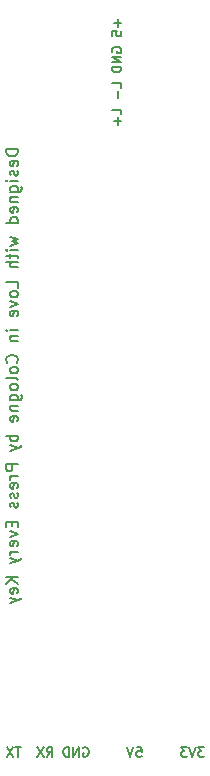
<source format=gbr>
G04 #@! TF.GenerationSoftware,KiCad,Pcbnew,(5.99.0-10229-ge8e7d13299)*
G04 #@! TF.CreationDate,2021-06-16T15:48:42+02:00*
G04 #@! TF.ProjectId,openair2-panelized,6f70656e-6169-4723-922d-70616e656c69,rev?*
G04 #@! TF.SameCoordinates,PX3473bc0PY1312d00*
G04 #@! TF.FileFunction,Legend,Bot*
G04 #@! TF.FilePolarity,Positive*
%FSLAX46Y46*%
G04 Gerber Fmt 4.6, Leading zero omitted, Abs format (unit mm)*
G04 Created by KiCad (PCBNEW (5.99.0-10229-ge8e7d13299)) date 2021-06-16 15:48:42*
%MOMM*%
%LPD*%
G01*
G04 APERTURE LIST*
%ADD10C,0.150000*%
%ADD11C,0.200000*%
G04 APERTURE END LIST*
D10*
X36361904Y-103161904D02*
X35866666Y-103161904D01*
X36133333Y-103466666D01*
X36019047Y-103466666D01*
X35942857Y-103504761D01*
X35904761Y-103542857D01*
X35866666Y-103619047D01*
X35866666Y-103809523D01*
X35904761Y-103885714D01*
X35942857Y-103923809D01*
X36019047Y-103961904D01*
X36247619Y-103961904D01*
X36323809Y-103923809D01*
X36361904Y-103885714D01*
X35638095Y-103161904D02*
X35371428Y-103961904D01*
X35104761Y-103161904D01*
X34914285Y-103161904D02*
X34419047Y-103161904D01*
X34685714Y-103466666D01*
X34571428Y-103466666D01*
X34495238Y-103504761D01*
X34457142Y-103542857D01*
X34419047Y-103619047D01*
X34419047Y-103809523D01*
X34457142Y-103885714D01*
X34495238Y-103923809D01*
X34571428Y-103961904D01*
X34800000Y-103961904D01*
X34876190Y-103923809D01*
X34914285Y-103885714D01*
X30647619Y-103161904D02*
X31028571Y-103161904D01*
X31066666Y-103542857D01*
X31028571Y-103504761D01*
X30952380Y-103466666D01*
X30761904Y-103466666D01*
X30685714Y-103504761D01*
X30647619Y-103542857D01*
X30609523Y-103619047D01*
X30609523Y-103809523D01*
X30647619Y-103885714D01*
X30685714Y-103923809D01*
X30761904Y-103961904D01*
X30952380Y-103961904D01*
X31028571Y-103923809D01*
X31066666Y-103885714D01*
X30380952Y-103161904D02*
X30114285Y-103961904D01*
X29847619Y-103161904D01*
X26114285Y-103200000D02*
X26190476Y-103161904D01*
X26304761Y-103161904D01*
X26419047Y-103200000D01*
X26495238Y-103276190D01*
X26533333Y-103352380D01*
X26571428Y-103504761D01*
X26571428Y-103619047D01*
X26533333Y-103771428D01*
X26495238Y-103847619D01*
X26419047Y-103923809D01*
X26304761Y-103961904D01*
X26228571Y-103961904D01*
X26114285Y-103923809D01*
X26076190Y-103885714D01*
X26076190Y-103619047D01*
X26228571Y-103619047D01*
X25733333Y-103961904D02*
X25733333Y-103161904D01*
X25276190Y-103961904D01*
X25276190Y-103161904D01*
X24895238Y-103961904D02*
X24895238Y-103161904D01*
X24704761Y-103161904D01*
X24590476Y-103200000D01*
X24514285Y-103276190D01*
X24476190Y-103352380D01*
X24438095Y-103504761D01*
X24438095Y-103619047D01*
X24476190Y-103771428D01*
X24514285Y-103847619D01*
X24590476Y-103923809D01*
X24704761Y-103961904D01*
X24895238Y-103961904D01*
X23028571Y-103961904D02*
X23295238Y-103580952D01*
X23485714Y-103961904D02*
X23485714Y-103161904D01*
X23180952Y-103161904D01*
X23104761Y-103200000D01*
X23066666Y-103238095D01*
X23028571Y-103314285D01*
X23028571Y-103428571D01*
X23066666Y-103504761D01*
X23104761Y-103542857D01*
X23180952Y-103580952D01*
X23485714Y-103580952D01*
X22761904Y-103161904D02*
X22228571Y-103961904D01*
X22228571Y-103161904D02*
X22761904Y-103961904D01*
X20819047Y-103161904D02*
X20361904Y-103161904D01*
X20590476Y-103961904D02*
X20590476Y-103161904D01*
X20171428Y-103161904D02*
X19638095Y-103961904D01*
X19638095Y-103161904D02*
X20171428Y-103961904D01*
X29057142Y-41542857D02*
X29057142Y-42152380D01*
X29361904Y-41847619D02*
X28752380Y-41847619D01*
X28561904Y-42914285D02*
X28561904Y-42533333D01*
X28942857Y-42495238D01*
X28904761Y-42533333D01*
X28866666Y-42609523D01*
X28866666Y-42800000D01*
X28904761Y-42876190D01*
X28942857Y-42914285D01*
X29019047Y-42952380D01*
X29209523Y-42952380D01*
X29285714Y-42914285D01*
X29323809Y-42876190D01*
X29361904Y-42800000D01*
X29361904Y-42609523D01*
X29323809Y-42533333D01*
X29285714Y-42495238D01*
X28600000Y-44323809D02*
X28561904Y-44247619D01*
X28561904Y-44133333D01*
X28600000Y-44019047D01*
X28676190Y-43942857D01*
X28752380Y-43904761D01*
X28904761Y-43866666D01*
X29019047Y-43866666D01*
X29171428Y-43904761D01*
X29247619Y-43942857D01*
X29323809Y-44019047D01*
X29361904Y-44133333D01*
X29361904Y-44209523D01*
X29323809Y-44323809D01*
X29285714Y-44361904D01*
X29019047Y-44361904D01*
X29019047Y-44209523D01*
X29361904Y-44704761D02*
X28561904Y-44704761D01*
X29361904Y-45161904D01*
X28561904Y-45161904D01*
X29361904Y-45542857D02*
X28561904Y-45542857D01*
X28561904Y-45733333D01*
X28600000Y-45847619D01*
X28676190Y-45923809D01*
X28752380Y-45961904D01*
X28904761Y-46000000D01*
X29019047Y-46000000D01*
X29171428Y-45961904D01*
X29247619Y-45923809D01*
X29323809Y-45847619D01*
X29361904Y-45733333D01*
X29361904Y-45542857D01*
X29361904Y-47333333D02*
X29361904Y-46952380D01*
X28561904Y-46952380D01*
X29057142Y-47600000D02*
X29057142Y-48209523D01*
X29361904Y-49580952D02*
X29361904Y-49200000D01*
X28561904Y-49200000D01*
X29057142Y-49847619D02*
X29057142Y-50457142D01*
X29361904Y-50152380D02*
X28752380Y-50152380D01*
D11*
X20602380Y-52548571D02*
X19602380Y-52548571D01*
X19602380Y-52786666D01*
X19650000Y-52929523D01*
X19745238Y-53024761D01*
X19840476Y-53072380D01*
X20030952Y-53120000D01*
X20173809Y-53120000D01*
X20364285Y-53072380D01*
X20459523Y-53024761D01*
X20554761Y-52929523D01*
X20602380Y-52786666D01*
X20602380Y-52548571D01*
X20554761Y-53929523D02*
X20602380Y-53834285D01*
X20602380Y-53643809D01*
X20554761Y-53548571D01*
X20459523Y-53500952D01*
X20078571Y-53500952D01*
X19983333Y-53548571D01*
X19935714Y-53643809D01*
X19935714Y-53834285D01*
X19983333Y-53929523D01*
X20078571Y-53977142D01*
X20173809Y-53977142D01*
X20269047Y-53500952D01*
X20554761Y-54358095D02*
X20602380Y-54453333D01*
X20602380Y-54643809D01*
X20554761Y-54739047D01*
X20459523Y-54786666D01*
X20411904Y-54786666D01*
X20316666Y-54739047D01*
X20269047Y-54643809D01*
X20269047Y-54500952D01*
X20221428Y-54405714D01*
X20126190Y-54358095D01*
X20078571Y-54358095D01*
X19983333Y-54405714D01*
X19935714Y-54500952D01*
X19935714Y-54643809D01*
X19983333Y-54739047D01*
X20602380Y-55215238D02*
X19935714Y-55215238D01*
X19602380Y-55215238D02*
X19650000Y-55167619D01*
X19697619Y-55215238D01*
X19650000Y-55262857D01*
X19602380Y-55215238D01*
X19697619Y-55215238D01*
X19935714Y-56120000D02*
X20745238Y-56120000D01*
X20840476Y-56072380D01*
X20888095Y-56024761D01*
X20935714Y-55929523D01*
X20935714Y-55786666D01*
X20888095Y-55691428D01*
X20554761Y-56120000D02*
X20602380Y-56024761D01*
X20602380Y-55834285D01*
X20554761Y-55739047D01*
X20507142Y-55691428D01*
X20411904Y-55643809D01*
X20126190Y-55643809D01*
X20030952Y-55691428D01*
X19983333Y-55739047D01*
X19935714Y-55834285D01*
X19935714Y-56024761D01*
X19983333Y-56120000D01*
X19935714Y-56596190D02*
X20602380Y-56596190D01*
X20030952Y-56596190D02*
X19983333Y-56643809D01*
X19935714Y-56739047D01*
X19935714Y-56881904D01*
X19983333Y-56977142D01*
X20078571Y-57024761D01*
X20602380Y-57024761D01*
X20554761Y-57881904D02*
X20602380Y-57786666D01*
X20602380Y-57596190D01*
X20554761Y-57500952D01*
X20459523Y-57453333D01*
X20078571Y-57453333D01*
X19983333Y-57500952D01*
X19935714Y-57596190D01*
X19935714Y-57786666D01*
X19983333Y-57881904D01*
X20078571Y-57929523D01*
X20173809Y-57929523D01*
X20269047Y-57453333D01*
X20602380Y-58786666D02*
X19602380Y-58786666D01*
X20554761Y-58786666D02*
X20602380Y-58691428D01*
X20602380Y-58500952D01*
X20554761Y-58405714D01*
X20507142Y-58358095D01*
X20411904Y-58310476D01*
X20126190Y-58310476D01*
X20030952Y-58358095D01*
X19983333Y-58405714D01*
X19935714Y-58500952D01*
X19935714Y-58691428D01*
X19983333Y-58786666D01*
X19935714Y-59929523D02*
X20602380Y-60120000D01*
X20126190Y-60310476D01*
X20602380Y-60500952D01*
X19935714Y-60691428D01*
X20602380Y-61072380D02*
X19935714Y-61072380D01*
X19602380Y-61072380D02*
X19650000Y-61024761D01*
X19697619Y-61072380D01*
X19650000Y-61120000D01*
X19602380Y-61072380D01*
X19697619Y-61072380D01*
X19935714Y-61405714D02*
X19935714Y-61786666D01*
X19602380Y-61548571D02*
X20459523Y-61548571D01*
X20554761Y-61596190D01*
X20602380Y-61691428D01*
X20602380Y-61786666D01*
X20602380Y-62120000D02*
X19602380Y-62120000D01*
X20602380Y-62548571D02*
X20078571Y-62548571D01*
X19983333Y-62500952D01*
X19935714Y-62405714D01*
X19935714Y-62262857D01*
X19983333Y-62167619D01*
X20030952Y-62120000D01*
X20602380Y-64262857D02*
X20602380Y-63786666D01*
X19602380Y-63786666D01*
X20602380Y-64739047D02*
X20554761Y-64643809D01*
X20507142Y-64596190D01*
X20411904Y-64548571D01*
X20126190Y-64548571D01*
X20030952Y-64596190D01*
X19983333Y-64643809D01*
X19935714Y-64739047D01*
X19935714Y-64881904D01*
X19983333Y-64977142D01*
X20030952Y-65024761D01*
X20126190Y-65072380D01*
X20411904Y-65072380D01*
X20507142Y-65024761D01*
X20554761Y-64977142D01*
X20602380Y-64881904D01*
X20602380Y-64739047D01*
X19935714Y-65405714D02*
X20602380Y-65643809D01*
X19935714Y-65881904D01*
X20554761Y-66643809D02*
X20602380Y-66548571D01*
X20602380Y-66358095D01*
X20554761Y-66262857D01*
X20459523Y-66215238D01*
X20078571Y-66215238D01*
X19983333Y-66262857D01*
X19935714Y-66358095D01*
X19935714Y-66548571D01*
X19983333Y-66643809D01*
X20078571Y-66691428D01*
X20173809Y-66691428D01*
X20269047Y-66215238D01*
X20602380Y-67881904D02*
X19935714Y-67881904D01*
X19602380Y-67881904D02*
X19650000Y-67834285D01*
X19697619Y-67881904D01*
X19650000Y-67929523D01*
X19602380Y-67881904D01*
X19697619Y-67881904D01*
X19935714Y-68358095D02*
X20602380Y-68358095D01*
X20030952Y-68358095D02*
X19983333Y-68405714D01*
X19935714Y-68500952D01*
X19935714Y-68643809D01*
X19983333Y-68739047D01*
X20078571Y-68786666D01*
X20602380Y-68786666D01*
X20507142Y-70596190D02*
X20554761Y-70548571D01*
X20602380Y-70405714D01*
X20602380Y-70310476D01*
X20554761Y-70167619D01*
X20459523Y-70072380D01*
X20364285Y-70024761D01*
X20173809Y-69977142D01*
X20030952Y-69977142D01*
X19840476Y-70024761D01*
X19745238Y-70072380D01*
X19650000Y-70167619D01*
X19602380Y-70310476D01*
X19602380Y-70405714D01*
X19650000Y-70548571D01*
X19697619Y-70596190D01*
X20602380Y-71167619D02*
X20554761Y-71072380D01*
X20507142Y-71024761D01*
X20411904Y-70977142D01*
X20126190Y-70977142D01*
X20030952Y-71024761D01*
X19983333Y-71072380D01*
X19935714Y-71167619D01*
X19935714Y-71310476D01*
X19983333Y-71405714D01*
X20030952Y-71453333D01*
X20126190Y-71500952D01*
X20411904Y-71500952D01*
X20507142Y-71453333D01*
X20554761Y-71405714D01*
X20602380Y-71310476D01*
X20602380Y-71167619D01*
X20602380Y-72072380D02*
X20554761Y-71977142D01*
X20459523Y-71929523D01*
X19602380Y-71929523D01*
X20602380Y-72596190D02*
X20554761Y-72500952D01*
X20507142Y-72453333D01*
X20411904Y-72405714D01*
X20126190Y-72405714D01*
X20030952Y-72453333D01*
X19983333Y-72500952D01*
X19935714Y-72596190D01*
X19935714Y-72739047D01*
X19983333Y-72834285D01*
X20030952Y-72881904D01*
X20126190Y-72929523D01*
X20411904Y-72929523D01*
X20507142Y-72881904D01*
X20554761Y-72834285D01*
X20602380Y-72739047D01*
X20602380Y-72596190D01*
X19935714Y-73786666D02*
X20745238Y-73786666D01*
X20840476Y-73739047D01*
X20888095Y-73691428D01*
X20935714Y-73596190D01*
X20935714Y-73453333D01*
X20888095Y-73358095D01*
X20554761Y-73786666D02*
X20602380Y-73691428D01*
X20602380Y-73500952D01*
X20554761Y-73405714D01*
X20507142Y-73358095D01*
X20411904Y-73310476D01*
X20126190Y-73310476D01*
X20030952Y-73358095D01*
X19983333Y-73405714D01*
X19935714Y-73500952D01*
X19935714Y-73691428D01*
X19983333Y-73786666D01*
X19935714Y-74262857D02*
X20602380Y-74262857D01*
X20030952Y-74262857D02*
X19983333Y-74310476D01*
X19935714Y-74405714D01*
X19935714Y-74548571D01*
X19983333Y-74643809D01*
X20078571Y-74691428D01*
X20602380Y-74691428D01*
X20554761Y-75548571D02*
X20602380Y-75453333D01*
X20602380Y-75262857D01*
X20554761Y-75167619D01*
X20459523Y-75119999D01*
X20078571Y-75119999D01*
X19983333Y-75167619D01*
X19935714Y-75262857D01*
X19935714Y-75453333D01*
X19983333Y-75548571D01*
X20078571Y-75596190D01*
X20173809Y-75596190D01*
X20269047Y-75119999D01*
X20602380Y-76786666D02*
X19602380Y-76786666D01*
X19983333Y-76786666D02*
X19935714Y-76881904D01*
X19935714Y-77072380D01*
X19983333Y-77167619D01*
X20030952Y-77215238D01*
X20126190Y-77262857D01*
X20411904Y-77262857D01*
X20507142Y-77215238D01*
X20554761Y-77167619D01*
X20602380Y-77072380D01*
X20602380Y-76881904D01*
X20554761Y-76786666D01*
X19935714Y-77596190D02*
X20602380Y-77834285D01*
X19935714Y-78072380D02*
X20602380Y-77834285D01*
X20840476Y-77739047D01*
X20888095Y-77691428D01*
X20935714Y-77596190D01*
X20602380Y-79215238D02*
X19602380Y-79215238D01*
X19602380Y-79596190D01*
X19650000Y-79691428D01*
X19697619Y-79739047D01*
X19792857Y-79786666D01*
X19935714Y-79786666D01*
X20030952Y-79739047D01*
X20078571Y-79691428D01*
X20126190Y-79596190D01*
X20126190Y-79215238D01*
X20602380Y-80215238D02*
X19935714Y-80215238D01*
X20126190Y-80215238D02*
X20030952Y-80262857D01*
X19983333Y-80310476D01*
X19935714Y-80405714D01*
X19935714Y-80500952D01*
X20554761Y-81215238D02*
X20602380Y-81119999D01*
X20602380Y-80929523D01*
X20554761Y-80834285D01*
X20459523Y-80786666D01*
X20078571Y-80786666D01*
X19983333Y-80834285D01*
X19935714Y-80929523D01*
X19935714Y-81119999D01*
X19983333Y-81215238D01*
X20078571Y-81262857D01*
X20173809Y-81262857D01*
X20269047Y-80786666D01*
X20554761Y-81643809D02*
X20602380Y-81739047D01*
X20602380Y-81929523D01*
X20554761Y-82024761D01*
X20459523Y-82072380D01*
X20411904Y-82072380D01*
X20316666Y-82024761D01*
X20269047Y-81929523D01*
X20269047Y-81786666D01*
X20221428Y-81691428D01*
X20126190Y-81643809D01*
X20078571Y-81643809D01*
X19983333Y-81691428D01*
X19935714Y-81786666D01*
X19935714Y-81929523D01*
X19983333Y-82024761D01*
X20554761Y-82453333D02*
X20602380Y-82548571D01*
X20602380Y-82739047D01*
X20554761Y-82834285D01*
X20459523Y-82881904D01*
X20411904Y-82881904D01*
X20316666Y-82834285D01*
X20269047Y-82739047D01*
X20269047Y-82596190D01*
X20221428Y-82500952D01*
X20126190Y-82453333D01*
X20078571Y-82453333D01*
X19983333Y-82500952D01*
X19935714Y-82596190D01*
X19935714Y-82739047D01*
X19983333Y-82834285D01*
X20078571Y-84072380D02*
X20078571Y-84405714D01*
X20602380Y-84548571D02*
X20602380Y-84072380D01*
X19602380Y-84072380D01*
X19602380Y-84548571D01*
X19935714Y-84881904D02*
X20602380Y-85119999D01*
X19935714Y-85358095D01*
X20554761Y-86119999D02*
X20602380Y-86024761D01*
X20602380Y-85834285D01*
X20554761Y-85739047D01*
X20459523Y-85691428D01*
X20078571Y-85691428D01*
X19983333Y-85739047D01*
X19935714Y-85834285D01*
X19935714Y-86024761D01*
X19983333Y-86119999D01*
X20078571Y-86167619D01*
X20173809Y-86167619D01*
X20269047Y-85691428D01*
X20602380Y-86596190D02*
X19935714Y-86596190D01*
X20126190Y-86596190D02*
X20030952Y-86643809D01*
X19983333Y-86691428D01*
X19935714Y-86786666D01*
X19935714Y-86881904D01*
X19935714Y-87119999D02*
X20602380Y-87358095D01*
X19935714Y-87596190D02*
X20602380Y-87358095D01*
X20840476Y-87262857D01*
X20888095Y-87215238D01*
X20935714Y-87119999D01*
X20602380Y-88739047D02*
X19602380Y-88739047D01*
X20602380Y-89310476D02*
X20030952Y-88881904D01*
X19602380Y-89310476D02*
X20173809Y-88739047D01*
X20554761Y-90119999D02*
X20602380Y-90024761D01*
X20602380Y-89834285D01*
X20554761Y-89739047D01*
X20459523Y-89691428D01*
X20078571Y-89691428D01*
X19983333Y-89739047D01*
X19935714Y-89834285D01*
X19935714Y-90024761D01*
X19983333Y-90119999D01*
X20078571Y-90167619D01*
X20173809Y-90167619D01*
X20269047Y-89691428D01*
X19935714Y-90500952D02*
X20602380Y-90739047D01*
X19935714Y-90977142D02*
X20602380Y-90739047D01*
X20840476Y-90643809D01*
X20888095Y-90596190D01*
X20935714Y-90500952D01*
M02*

</source>
